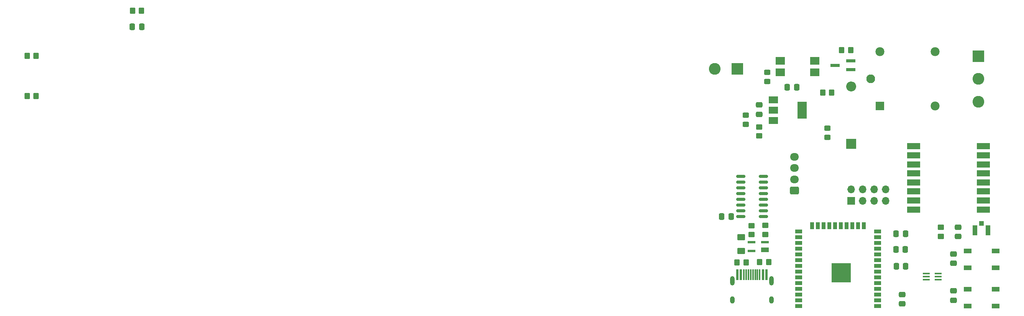
<source format=gbr>
%TF.GenerationSoftware,KiCad,Pcbnew,8.0.2*%
%TF.CreationDate,2024-05-29T12:03:12+02:00*%
%TF.ProjectId,IOT_ESP32,494f545f-4553-4503-9332-2e6b69636164,rev?*%
%TF.SameCoordinates,Original*%
%TF.FileFunction,Copper,L1,Top*%
%TF.FilePolarity,Positive*%
%FSLAX46Y46*%
G04 Gerber Fmt 4.6, Leading zero omitted, Abs format (unit mm)*
G04 Created by KiCad (PCBNEW 8.0.2) date 2024-05-29 12:03:12*
%MOMM*%
%LPD*%
G01*
G04 APERTURE LIST*
G04 Aperture macros list*
%AMRoundRect*
0 Rectangle with rounded corners*
0 $1 Rounding radius*
0 $2 $3 $4 $5 $6 $7 $8 $9 X,Y pos of 4 corners*
0 Add a 4 corners polygon primitive as box body*
4,1,4,$2,$3,$4,$5,$6,$7,$8,$9,$2,$3,0*
0 Add four circle primitives for the rounded corners*
1,1,$1+$1,$2,$3*
1,1,$1+$1,$4,$5*
1,1,$1+$1,$6,$7*
1,1,$1+$1,$8,$9*
0 Add four rect primitives between the rounded corners*
20,1,$1+$1,$2,$3,$4,$5,0*
20,1,$1+$1,$4,$5,$6,$7,0*
20,1,$1+$1,$6,$7,$8,$9,0*
20,1,$1+$1,$8,$9,$2,$3,0*%
G04 Aperture macros list end*
%TA.AperFunction,SMDPad,CuDef*%
%ADD10RoundRect,0.250000X0.337500X0.475000X-0.337500X0.475000X-0.337500X-0.475000X0.337500X-0.475000X0*%
%TD*%
%TA.AperFunction,SMDPad,CuDef*%
%ADD11R,1.700000X1.000000*%
%TD*%
%TA.AperFunction,SMDPad,CuDef*%
%ADD12R,1.700000X0.600000*%
%TD*%
%TA.AperFunction,SMDPad,CuDef*%
%ADD13RoundRect,0.250000X-0.475000X0.337500X-0.475000X-0.337500X0.475000X-0.337500X0.475000X0.337500X0*%
%TD*%
%TA.AperFunction,SMDPad,CuDef*%
%ADD14R,2.000000X1.780000*%
%TD*%
%TA.AperFunction,SMDPad,CuDef*%
%ADD15RoundRect,0.250000X-0.350000X-0.450000X0.350000X-0.450000X0.350000X0.450000X-0.350000X0.450000X0*%
%TD*%
%TA.AperFunction,SMDPad,CuDef*%
%ADD16R,1.500000X0.900000*%
%TD*%
%TA.AperFunction,SMDPad,CuDef*%
%ADD17R,0.900000X1.500000*%
%TD*%
%TA.AperFunction,SMDPad,CuDef*%
%ADD18R,1.050000X1.050000*%
%TD*%
%TA.AperFunction,HeatsinkPad*%
%ADD19C,0.600000*%
%TD*%
%TA.AperFunction,SMDPad,CuDef*%
%ADD20R,4.200000X4.200000*%
%TD*%
%TA.AperFunction,SMDPad,CuDef*%
%ADD21RoundRect,0.250000X0.450000X-0.325000X0.450000X0.325000X-0.450000X0.325000X-0.450000X-0.325000X0*%
%TD*%
%TA.AperFunction,SMDPad,CuDef*%
%ADD22RoundRect,0.250000X-0.450000X0.325000X-0.450000X-0.325000X0.450000X-0.325000X0.450000X0.325000X0*%
%TD*%
%TA.AperFunction,SMDPad,CuDef*%
%ADD23R,0.600000X2.450000*%
%TD*%
%TA.AperFunction,SMDPad,CuDef*%
%ADD24R,0.300000X2.450000*%
%TD*%
%TA.AperFunction,ComponentPad*%
%ADD25O,1.000000X2.100000*%
%TD*%
%TA.AperFunction,ComponentPad*%
%ADD26O,1.000000X1.600000*%
%TD*%
%TA.AperFunction,SMDPad,CuDef*%
%ADD27RoundRect,0.250000X0.450000X-0.350000X0.450000X0.350000X-0.450000X0.350000X-0.450000X-0.350000X0*%
%TD*%
%TA.AperFunction,SMDPad,CuDef*%
%ADD28RoundRect,0.250000X0.475000X-0.337500X0.475000X0.337500X-0.475000X0.337500X-0.475000X-0.337500X0*%
%TD*%
%TA.AperFunction,SMDPad,CuDef*%
%ADD29RoundRect,0.250000X-0.450000X0.350000X-0.450000X-0.350000X0.450000X-0.350000X0.450000X0.350000X0*%
%TD*%
%TA.AperFunction,SMDPad,CuDef*%
%ADD30RoundRect,0.150000X0.825000X0.150000X-0.825000X0.150000X-0.825000X-0.150000X0.825000X-0.150000X0*%
%TD*%
%TA.AperFunction,SMDPad,CuDef*%
%ADD31RoundRect,0.250000X0.350000X0.450000X-0.350000X0.450000X-0.350000X-0.450000X0.350000X-0.450000X0*%
%TD*%
%TA.AperFunction,SMDPad,CuDef*%
%ADD32R,1.500000X0.400000*%
%TD*%
%TA.AperFunction,SMDPad,CuDef*%
%ADD33RoundRect,0.250001X0.624999X-0.462499X0.624999X0.462499X-0.624999X0.462499X-0.624999X-0.462499X0*%
%TD*%
%TA.AperFunction,ComponentPad*%
%ADD34R,2.200000X2.200000*%
%TD*%
%TA.AperFunction,ComponentPad*%
%ADD35O,2.200000X2.200000*%
%TD*%
%TA.AperFunction,ComponentPad*%
%ADD36RoundRect,0.250000X0.725000X-0.600000X0.725000X0.600000X-0.725000X0.600000X-0.725000X-0.600000X0*%
%TD*%
%TA.AperFunction,ComponentPad*%
%ADD37O,1.950000X1.700000*%
%TD*%
%TA.AperFunction,SMDPad,CuDef*%
%ADD38R,2.000000X1.500000*%
%TD*%
%TA.AperFunction,SMDPad,CuDef*%
%ADD39R,2.000000X3.800000*%
%TD*%
%TA.AperFunction,SMDPad,CuDef*%
%ADD40R,2.000000X0.650000*%
%TD*%
%TA.AperFunction,SMDPad,CuDef*%
%ADD41R,3.000000X1.400000*%
%TD*%
%TA.AperFunction,SMDPad,CuDef*%
%ADD42R,1.000000X1.050000*%
%TD*%
%TA.AperFunction,SMDPad,CuDef*%
%ADD43R,1.050000X2.200000*%
%TD*%
%TA.AperFunction,SMDPad,CuDef*%
%ADD44R,1.800000X1.100000*%
%TD*%
%TA.AperFunction,ComponentPad*%
%ADD45R,1.700000X1.700000*%
%TD*%
%TA.AperFunction,ComponentPad*%
%ADD46O,1.700000X1.700000*%
%TD*%
%TA.AperFunction,SMDPad,CuDef*%
%ADD47RoundRect,0.250000X-0.337500X-0.475000X0.337500X-0.475000X0.337500X0.475000X-0.337500X0.475000X0*%
%TD*%
%TA.AperFunction,ComponentPad*%
%ADD48R,2.600000X2.600000*%
%TD*%
%TA.AperFunction,ComponentPad*%
%ADD49C,2.600000*%
%TD*%
%TA.AperFunction,ComponentPad*%
%ADD50R,1.980000X1.980000*%
%TD*%
%TA.AperFunction,ComponentPad*%
%ADD51C,1.980000*%
%TD*%
%TA.AperFunction,ComponentPad*%
%ADD52C,1.935000*%
%TD*%
G04 APERTURE END LIST*
D10*
%TO.P,C11,1*%
%TO.N,+3.3V*%
X-25472500Y-56200000D03*
%TO.P,C11,2*%
%TO.N,GND*%
X-27547500Y-56200000D03*
%TD*%
%TO.P,C6,1*%
%TO.N,+3.3V*%
X143307500Y-109230000D03*
%TO.P,C6,2*%
%TO.N,GND*%
X141232500Y-109230000D03*
%TD*%
%TO.P,C7,1*%
%TO.N,+3.3V*%
X143247500Y-105500000D03*
%TO.P,C7,2*%
%TO.N,GND*%
X141172500Y-105500000D03*
%TD*%
D11*
%TO.P,U1,1,GND*%
%TO.N,GND*%
X112260000Y-105620000D03*
D12*
%TO.P,U1,2,IO1*%
%TO.N,/DP*%
X112260000Y-103920000D03*
%TO.P,U1,3,IO2*%
%TO.N,/DN*%
X109260000Y-103920000D03*
%TO.P,U1,4,VCC*%
%TO.N,VBUS*%
X109260000Y-105820000D03*
%TD*%
D13*
%TO.P,C5,1*%
%TO.N,/RESET*%
X142510000Y-115502500D03*
%TO.P,C5,2*%
%TO.N,GND*%
X142510000Y-117577500D03*
%TD*%
D14*
%TO.P,U4,1*%
%TO.N,Net-(R8-Pad1)*%
X115640000Y-63810000D03*
%TO.P,U4,2*%
%TO.N,Net-(D1-A)*%
X115640000Y-66350000D03*
%TO.P,U4,3*%
%TO.N,Net-(R10-Pad1)*%
X123260000Y-66350000D03*
%TO.P,U4,4*%
%TO.N,+5V*%
X123260000Y-63810000D03*
%TD*%
D15*
%TO.P,R3,1*%
%TO.N,/RTS*%
X-50780000Y-62670000D03*
%TO.P,R3,2*%
%TO.N,Net-(Q1-B1)*%
X-48780000Y-62670000D03*
%TD*%
%TO.P,R10,1*%
%TO.N,Net-(R10-Pad1)*%
X129180000Y-61390000D03*
%TO.P,R10,2*%
%TO.N,Net-(Q2-B)*%
X131180000Y-61390000D03*
%TD*%
D16*
%TO.P,U3,1,GND*%
%TO.N,GND*%
X137145000Y-118055000D03*
%TO.P,U3,2,VDD*%
%TO.N,+3.3V*%
X137145000Y-116785000D03*
%TO.P,U3,3,EN*%
%TO.N,/RESET*%
X137145000Y-115515000D03*
%TO.P,U3,4,SENSOR_VP*%
%TO.N,unconnected-(U3-SENSOR_VP-Pad4)*%
X137145000Y-114245000D03*
%TO.P,U3,5,SENSOR_VN*%
%TO.N,unconnected-(U3-SENSOR_VN-Pad5)*%
X137145000Y-112975000D03*
%TO.P,U3,6,IO34*%
%TO.N,/GPIO34*%
X137145000Y-111705000D03*
%TO.P,U3,7,IO35*%
%TO.N,/GPIO35*%
X137145000Y-110435000D03*
%TO.P,U3,8,IO32*%
%TO.N,/RFM_DIO2{slash}32*%
X137145000Y-109165000D03*
%TO.P,U3,9,IO33*%
%TO.N,/RFM_DIO1{slash}33*%
X137145000Y-107895000D03*
%TO.P,U3,10,IO25*%
%TO.N,/GPIO25*%
X137145000Y-106625000D03*
%TO.P,U3,11,IO26*%
%TO.N,/RFM_INT{slash}26*%
X137145000Y-105355000D03*
%TO.P,U3,12,IO27*%
%TO.N,/GPIO27*%
X137145000Y-104085000D03*
%TO.P,U3,13,IO14*%
%TO.N,/SCK*%
X137145000Y-102815000D03*
%TO.P,U3,14,IO12*%
%TO.N,/MISO*%
X137145000Y-101545000D03*
D17*
%TO.P,U3,15,GND*%
%TO.N,GND*%
X134105000Y-100295000D03*
%TO.P,U3,16,IO13*%
%TO.N,/MOSI*%
X132835000Y-100295000D03*
%TO.P,U3,17,SHD/SD2*%
%TO.N,unconnected-(U3-SHD{slash}SD2-Pad17)*%
X131565000Y-100295000D03*
%TO.P,U3,18,SWP/SD3*%
%TO.N,unconnected-(U3-SWP{slash}SD3-Pad18)*%
X130295000Y-100295000D03*
%TO.P,U3,19,SCS/CMD*%
%TO.N,unconnected-(U3-SCS{slash}CMD-Pad19)*%
X129025000Y-100295000D03*
%TO.P,U3,20,SCK/CLK*%
%TO.N,unconnected-(U3-SCK{slash}CLK-Pad20)*%
X127755000Y-100295000D03*
%TO.P,U3,21,SDO/SD0*%
%TO.N,unconnected-(U3-SDO{slash}SD0-Pad21)*%
X126485000Y-100295000D03*
%TO.P,U3,22,SDI/SD1*%
%TO.N,unconnected-(U3-SDI{slash}SD1-Pad22)*%
X125215000Y-100295000D03*
%TO.P,U3,23,IO15*%
%TO.N,unconnected-(U3-IO15-Pad23)*%
X123945000Y-100295000D03*
%TO.P,U3,24,IO2*%
%TO.N,unconnected-(U3-IO2-Pad24)*%
X122675000Y-100295000D03*
D16*
%TO.P,U3,25,IO0*%
%TO.N,/IO_0 *%
X119645000Y-101545000D03*
%TO.P,U3,26,IO4*%
%TO.N,unconnected-(U3-IO4-Pad26)*%
X119645000Y-102815000D03*
%TO.P,U3,27,IO16*%
%TO.N,/RFM_CS*%
X119645000Y-104085000D03*
%TO.P,U3,28,IO17*%
%TO.N,unconnected-(U3-IO17-Pad28)*%
X119645000Y-105355000D03*
%TO.P,U3,29,IO5*%
%TO.N,unconnected-(U3-IO5-Pad29)*%
X119645000Y-106625000D03*
%TO.P,U3,30,IO18*%
%TO.N,unconnected-(U3-IO18-Pad30)*%
X119645000Y-107895000D03*
%TO.P,U3,31,IO19*%
%TO.N,unconnected-(U3-IO19-Pad31)*%
X119645000Y-109165000D03*
%TO.P,U3,32,NC*%
%TO.N,unconnected-(U3-NC-Pad32)*%
X119645000Y-110435000D03*
%TO.P,U3,33,IO21*%
%TO.N,/SCL*%
X119645000Y-111705000D03*
%TO.P,U3,34,RXD0/IO3*%
%TO.N,/TX*%
X119645000Y-112975000D03*
%TO.P,U3,35,TXD0/IO1*%
%TO.N,/RX*%
X119645000Y-114245000D03*
%TO.P,U3,36,IO22*%
%TO.N,/SDA*%
X119645000Y-115515000D03*
%TO.P,U3,37,IO23*%
%TO.N,unconnected-(U3-IO23-Pad37)*%
X119645000Y-116785000D03*
%TO.P,U3,38,GND*%
%TO.N,GND*%
X119645000Y-118055000D03*
D18*
%TO.P,U3,39,GND*%
X130600000Y-112240000D03*
D19*
X130600000Y-111477500D03*
D18*
X130600000Y-110715000D03*
D19*
X130600000Y-109952500D03*
D18*
X130600000Y-109190000D03*
D19*
X129837500Y-112240000D03*
X129837500Y-110715000D03*
X129837500Y-109190000D03*
D18*
X129075000Y-112240000D03*
D19*
X129075000Y-111477500D03*
D18*
X129075000Y-110715000D03*
D20*
X129075000Y-110715000D03*
D19*
X129075000Y-109952500D03*
D18*
X129075000Y-109190000D03*
D19*
X128312500Y-112240000D03*
X128312500Y-110715000D03*
X128312500Y-109190000D03*
D18*
X127550000Y-112240000D03*
D19*
X127550000Y-111477500D03*
D18*
X127550000Y-110715000D03*
D19*
X127550000Y-109952500D03*
D18*
X127550000Y-109190000D03*
%TD*%
D21*
%TO.P,D4,1,K*%
%TO.N,GND*%
X126020000Y-80730000D03*
%TO.P,D4,2,A*%
%TO.N,Net-(D4-A)*%
X126020000Y-78680000D03*
%TD*%
D22*
%TO.P,D2,1,K*%
%TO.N,GND*%
X107960000Y-75780000D03*
%TO.P,D2,2,A*%
%TO.N,Net-(D2-A)*%
X107960000Y-77830000D03*
%TD*%
D23*
%TO.P,USB1,1,GND*%
%TO.N,GND*%
X106095000Y-111080000D03*
%TO.P,USB1,2,VBUS*%
%TO.N,VBUS*%
X106870000Y-111080000D03*
D24*
%TO.P,USB1,3,SBU2*%
%TO.N,unconnected-(USB1-SBU2-Pad3)*%
X107570000Y-111080000D03*
%TO.P,USB1,4,CC1*%
%TO.N,Net-(USB1-CC1)*%
X108070000Y-111080000D03*
%TO.P,USB1,5,DN2*%
%TO.N,/DN*%
X108570000Y-111080000D03*
%TO.P,USB1,6,DP1*%
%TO.N,/DP*%
X109070000Y-111080000D03*
%TO.P,USB1,7,DN1*%
%TO.N,/DN*%
X109570000Y-111080000D03*
%TO.P,USB1,8,DP2*%
%TO.N,/DP*%
X110070000Y-111080000D03*
%TO.P,USB1,9,SBU1*%
%TO.N,unconnected-(USB1-SBU1-Pad9)*%
X110570000Y-111080000D03*
%TO.P,USB1,10,CC2*%
%TO.N,Net-(USB1-CC2)*%
X111070000Y-111080000D03*
D23*
%TO.P,USB1,11,VBUS*%
%TO.N,VBUS*%
X111770000Y-111080000D03*
%TO.P,USB1,12,GND*%
%TO.N,GND*%
X112545000Y-111080000D03*
D25*
%TO.P,USB1,13,SHIELD*%
X105000000Y-112495000D03*
D26*
X105000000Y-116675000D03*
D25*
X113640000Y-112495000D03*
D26*
X113640000Y-116675000D03*
%TD*%
D27*
%TO.P,R4,1*%
%TO.N,/DP*%
X112270000Y-102220000D03*
%TO.P,R4,2*%
%TO.N,/D+*%
X112270000Y-100220000D03*
%TD*%
D13*
%TO.P,C3,1*%
%TO.N,GND*%
X153910000Y-114692500D03*
%TO.P,C3,2*%
%TO.N,/RESET*%
X153910000Y-116767500D03*
%TD*%
D21*
%TO.P,D1,1,K*%
%TO.N,/GPIO34*%
X112770000Y-68335000D03*
%TO.P,D1,2,A*%
%TO.N,Net-(D1-A)*%
X112770000Y-66285000D03*
%TD*%
D28*
%TO.P,C9,1*%
%TO.N,+5V*%
X110960000Y-75617500D03*
%TO.P,C9,2*%
%TO.N,GND*%
X110960000Y-73542500D03*
%TD*%
D29*
%TO.P,R7,1*%
%TO.N,+3.3V*%
X151130000Y-100620000D03*
%TO.P,R7,2*%
%TO.N,/RESET*%
X151130000Y-102620000D03*
%TD*%
D10*
%TO.P,C1,1*%
%TO.N,+3.3V*%
X143257500Y-102030000D03*
%TO.P,C1,2*%
%TO.N,GND*%
X141182500Y-102030000D03*
%TD*%
D30*
%TO.P,U2,1,GND*%
%TO.N,GND*%
X111875000Y-98265000D03*
%TO.P,U2,2,TXD*%
%TO.N,/TX*%
X111875000Y-96995000D03*
%TO.P,U2,3,RXD*%
%TO.N,/RX*%
X111875000Y-95725000D03*
%TO.P,U2,4,V3*%
%TO.N,+3.3V*%
X111875000Y-94455000D03*
%TO.P,U2,5,UD+*%
%TO.N,/D+*%
X111875000Y-93185000D03*
%TO.P,U2,6,UD-*%
%TO.N,/D-*%
X111875000Y-91915000D03*
%TO.P,U2,7,NC*%
%TO.N,unconnected-(U2-NC-Pad7)*%
X111875000Y-90645000D03*
%TO.P,U2,8,NC*%
%TO.N,unconnected-(U2-NC-Pad8)*%
X111875000Y-89375000D03*
%TO.P,U2,9,~{CTS}*%
%TO.N,unconnected-(U2-~{CTS}-Pad9)*%
X106925000Y-89375000D03*
%TO.P,U2,10,~{DSR}*%
%TO.N,unconnected-(U2-~{DSR}-Pad10)*%
X106925000Y-90645000D03*
%TO.P,U2,11,~{RI}*%
%TO.N,unconnected-(U2-~{RI}-Pad11)*%
X106925000Y-91915000D03*
%TO.P,U2,12,~{DCD}*%
%TO.N,unconnected-(U2-~{DCD}-Pad12)*%
X106925000Y-93185000D03*
%TO.P,U2,13,~{DTR}*%
%TO.N,/DTR*%
X106925000Y-94455000D03*
%TO.P,U2,14,~{RTS}*%
%TO.N,/RTS*%
X106925000Y-95725000D03*
%TO.P,U2,15,R232*%
%TO.N,unconnected-(U2-R232-Pad15)*%
X106925000Y-96995000D03*
%TO.P,U2,16,VCC*%
%TO.N,+5V*%
X106925000Y-98265000D03*
%TD*%
D31*
%TO.P,R12,1*%
%TO.N,+3.3V*%
X-25490000Y-52680000D03*
%TO.P,R12,2*%
%TO.N,Net-(U7-RESET)*%
X-27490000Y-52680000D03*
%TD*%
D32*
%TO.P,Q1,1,E1*%
%TO.N,Net-(Q1-B2)*%
X147860000Y-110870000D03*
%TO.P,Q1,2,B1*%
%TO.N,Net-(Q1-B1)*%
X147860000Y-111520000D03*
%TO.P,Q1,3,C2*%
%TO.N,/RESET*%
X147860000Y-112170000D03*
%TO.P,Q1,4,E2*%
%TO.N,Net-(Q1-B1)*%
X150520000Y-112170000D03*
%TO.P,Q1,5,B2*%
%TO.N,Net-(Q1-B2)*%
X150520000Y-111520000D03*
%TO.P,Q1,6,C1*%
%TO.N,/IO_0 *%
X150520000Y-110870000D03*
%TD*%
D33*
%TO.P,F1,1*%
%TO.N,VBUS*%
X106940000Y-105817500D03*
%TO.P,F1,2*%
%TO.N,+5V*%
X106940000Y-102842500D03*
%TD*%
D34*
%TO.P,D3,1,K*%
%TO.N,+5V*%
X131260000Y-82150000D03*
D35*
%TO.P,D3,2,A*%
%TO.N,Net-(D3-A)*%
X131260000Y-69450000D03*
%TD*%
D36*
%TO.P,J3,1,Pin_1*%
%TO.N,GND*%
X118775000Y-92490000D03*
D37*
%TO.P,J3,2,Pin_2*%
%TO.N,+3.3V*%
X118775000Y-89990000D03*
%TO.P,J3,3,Pin_3*%
%TO.N,/SDA*%
X118775000Y-87490000D03*
%TO.P,J3,4,Pin_4*%
%TO.N,/SCL*%
X118775000Y-84990000D03*
%TD*%
D38*
%TO.P,U5,1,GND*%
%TO.N,GND*%
X114130000Y-72420000D03*
%TO.P,U5,2,VO*%
%TO.N,+3.3V*%
X114130000Y-74720000D03*
D39*
X120430000Y-74720000D03*
D38*
%TO.P,U5,3,VI*%
%TO.N,+5V*%
X114130000Y-77020000D03*
%TD*%
D13*
%TO.P,C12,1*%
%TO.N,+3.3V*%
X154880000Y-100582500D03*
%TO.P,C12,2*%
%TO.N,GND*%
X154880000Y-102657500D03*
%TD*%
D27*
%TO.P,R5,1*%
%TO.N,/DN*%
X109240000Y-102240000D03*
%TO.P,R5,2*%
%TO.N,/D-*%
X109240000Y-100240000D03*
%TD*%
D10*
%TO.P,C10,1*%
%TO.N,+3.3V*%
X119250000Y-69610000D03*
%TO.P,C10,2*%
%TO.N,GND*%
X117175000Y-69610000D03*
%TD*%
D40*
%TO.P,Q2,1,C*%
%TO.N,Net-(D3-A)*%
X131180000Y-65700000D03*
%TO.P,Q2,2,B*%
%TO.N,Net-(Q2-B)*%
X131180000Y-63800000D03*
%TO.P,Q2,3,E*%
%TO.N,GND*%
X127760000Y-64750000D03*
%TD*%
D41*
%TO.P,U7,1,GND*%
%TO.N,GND*%
X145070000Y-82680000D03*
%TO.P,U7,2,MISO*%
%TO.N,/MISO*%
X145070000Y-84680000D03*
%TO.P,U7,3,MOSI*%
%TO.N,/MOSI*%
X145070000Y-86680000D03*
%TO.P,U7,4,SCK*%
%TO.N,/SCK*%
X145070000Y-88680000D03*
%TO.P,U7,5,NSS*%
%TO.N,/RFM_CS*%
X145070000Y-90680000D03*
%TO.P,U7,6,RESET*%
%TO.N,Net-(U7-RESET)*%
X145070000Y-92680000D03*
%TO.P,U7,7,DIO5*%
%TO.N,unconnected-(U7-DIO5-Pad7)*%
X145070000Y-94680000D03*
%TO.P,U7,8,GND*%
%TO.N,GND*%
X145070000Y-96680000D03*
%TO.P,U7,9,ANT*%
%TO.N,ANT*%
X160470000Y-96680000D03*
%TO.P,U7,10,GND*%
%TO.N,GND*%
X160470000Y-94680000D03*
%TO.P,U7,11,DIO3*%
%TO.N,unconnected-(U7-DIO3-Pad11)*%
X160470000Y-92680000D03*
%TO.P,U7,12,DIO4*%
%TO.N,unconnected-(U7-DIO4-Pad12)*%
X160470000Y-90680000D03*
%TO.P,U7,13,3.3V*%
%TO.N,+3.3V*%
X160470000Y-88680000D03*
%TO.P,U7,14,DIO0*%
%TO.N,/RFM_INT{slash}26*%
X160470000Y-86680000D03*
%TO.P,U7,15,DIO1*%
%TO.N,/RFM_DIO1{slash}33*%
X160470000Y-84680000D03*
%TO.P,U7,16,DIO2*%
%TO.N,/RFM_DIO2{slash}32*%
X160470000Y-82680000D03*
%TD*%
D31*
%TO.P,R2,1*%
%TO.N,Net-(USB1-CC1)*%
X108060000Y-108350000D03*
%TO.P,R2,2*%
%TO.N,GND*%
X106060000Y-108350000D03*
%TD*%
D42*
%TO.P,J6,1*%
%TO.N,ANT*%
X160060000Y-99790000D03*
D43*
%TO.P,J6,2*%
%TO.N,GND*%
X161535000Y-101315000D03*
%TO.P,J6,3*%
X158585000Y-101315000D03*
%TD*%
D44*
%TO.P,SW2,1*%
%TO.N,/IO_0*%
X163220000Y-109580000D03*
X157020000Y-109580000D03*
%TO.P,SW2,2*%
%TO.N,GND*%
X163220000Y-105880000D03*
X157020000Y-105880000D03*
%TD*%
D13*
%TO.P,C4,1*%
%TO.N,GND*%
X153880000Y-106512500D03*
%TO.P,C4,2*%
%TO.N,/IO_0*%
X153880000Y-108587500D03*
%TD*%
D29*
%TO.P,R9,1*%
%TO.N,+5V*%
X110930000Y-78400000D03*
%TO.P,R9,2*%
%TO.N,Net-(D2-A)*%
X110930000Y-80400000D03*
%TD*%
D15*
%TO.P,R1,1*%
%TO.N,Net-(USB1-CC2)*%
X111070000Y-108340000D03*
%TO.P,R1,2*%
%TO.N,GND*%
X113070000Y-108340000D03*
%TD*%
D45*
%TO.P,J1,1,Pin_1*%
%TO.N,+3.3V*%
X131270000Y-94785000D03*
D46*
%TO.P,J1,2,Pin_2*%
%TO.N,/GPIO25*%
X131270000Y-92245000D03*
%TO.P,J1,3,Pin_3*%
%TO.N,/GPIO27*%
X133810000Y-94785000D03*
%TO.P,J1,4,Pin_4*%
%TO.N,GND*%
X133810000Y-92245000D03*
%TO.P,J1,5,Pin_5*%
%TO.N,+3.3V*%
X136350000Y-94785000D03*
%TO.P,J1,6,Pin_6*%
%TO.N,/GPIO34*%
X136350000Y-92245000D03*
%TO.P,J1,7,Pin_7*%
%TO.N,/GPIO35*%
X138890000Y-94785000D03*
%TO.P,J1,8,Pin_8*%
%TO.N,GND*%
X138890000Y-92245000D03*
%TD*%
D47*
%TO.P,C2,1*%
%TO.N,GND*%
X102682500Y-98260000D03*
%TO.P,C2,2*%
%TO.N,+5V*%
X104757500Y-98260000D03*
%TD*%
D15*
%TO.P,R8,1*%
%TO.N,Net-(R8-Pad1)*%
X125000000Y-70840000D03*
%TO.P,R8,2*%
%TO.N,+5V*%
X127000000Y-70840000D03*
%TD*%
D44*
%TO.P,SW1,1*%
%TO.N,/RESET*%
X163200000Y-118030000D03*
X157000000Y-118030000D03*
%TO.P,SW1,2*%
%TO.N,GND*%
X163200000Y-114330000D03*
X157000000Y-114330000D03*
%TD*%
D15*
%TO.P,R6,1*%
%TO.N,Net-(Q1-B2)*%
X-50780000Y-71520000D03*
%TO.P,R6,2*%
%TO.N,/DTR*%
X-48780000Y-71520000D03*
%TD*%
D48*
%TO.P,J2,1,Pin_1*%
%TO.N,GND*%
X106140000Y-65510000D03*
D49*
%TO.P,J2,2,Pin_2*%
%TO.N,+5V*%
X101140000Y-65510000D03*
%TD*%
D50*
%TO.P,K1,A1*%
%TO.N,+5V*%
X137587500Y-73780000D03*
D51*
%TO.P,K1,A2*%
%TO.N,Net-(D3-A)*%
X137587500Y-61780000D03*
D52*
%TO.P,K1,COM*%
%TO.N,Net-(J4-Pin_2)*%
X135587500Y-67780000D03*
D51*
%TO.P,K1,NC*%
%TO.N,Net-(J4-Pin_3)*%
X149787500Y-73780000D03*
%TO.P,K1,NO*%
%TO.N,Net-(J4-Pin_1)*%
X149787500Y-61780000D03*
%TD*%
D48*
%TO.P,J4,1,Pin_1*%
%TO.N,Net-(J4-Pin_1)*%
X159420000Y-62790000D03*
D49*
%TO.P,J4,2,Pin_2*%
%TO.N,Net-(J4-Pin_2)*%
X159420000Y-67790000D03*
%TO.P,J4,3,Pin_3*%
%TO.N,Net-(J4-Pin_3)*%
X159420000Y-72790000D03*
%TD*%
M02*

</source>
